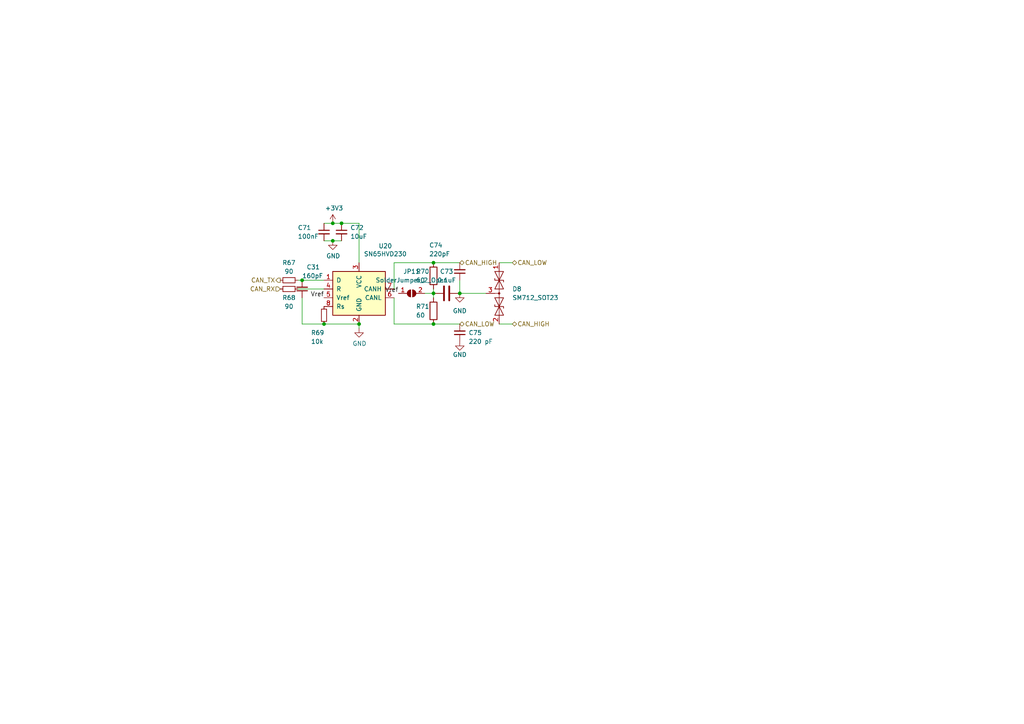
<source format=kicad_sch>
(kicad_sch (version 20211123) (generator eeschema)
  (paper "A4")
  (lib_symbols
    (symbol "Device:C" (pin_numbers hide) (pin_names (offset 0.254))
      (property "Reference" "C" (at 0.635 2.54 0))
      (property "Value" "C" (at 0.635 -2.54 0))
      (symbol "C_0_1"
        (polyline (pts (xy -2.032 -0.762) (xy 2.032 -0.762)) (stroke (width 0.508)))
        (polyline (pts (xy -2.032 0.762) (xy 2.032 0.762)) (stroke (width 0.508)))
      )
      (symbol "C_1_1"
        (pin passive line (at 0 3.81 270) (length 2.794) (name "~") (number "1"))
        (pin passive line (at 0 -3.81 90) (length 2.794) (name "~") (number "2"))
      )
    )
    (symbol "Device:C_Small" (pin_numbers hide) (pin_names (offset 0.254) hide)
      (property "Reference" "C" (at 0.254 1.778 0))
      (property "Value" "C_Small" (at 0.254 -2.032 0))
      (symbol "C_Small_0_1"
        (polyline (pts (xy -1.524 -0.508) (xy 1.524 -0.508)) (stroke (width 0.3302)))
        (polyline (pts (xy -1.524 0.508) (xy 1.524 0.508)) (stroke (width 0.3048)))
      )
      (symbol "C_Small_1_1"
        (pin passive line (at 0 2.54 270) (length 2.032) (name "~") (number "1"))
        (pin passive line (at 0 -2.54 90) (length 2.032) (name "~") (number "2"))
      )
    )
    (symbol "Device:R" (pin_numbers hide) (pin_names (offset 0))
      (property "Reference" "R" (at 2.032 0 90))
      (property "Value" "R" (at 0 0 90))
      (symbol "R_0_1"
        (rectangle (start -1.016 -2.54) (end 1.016 2.54) (stroke (width 0.254)))
      )
      (symbol "R_1_1"
        (pin passive line (at 0 3.81 270) (length 1.27) (name "~") (number "1"))
        (pin passive line (at 0 -3.81 90) (length 1.27) (name "~") (number "2"))
      )
    )
    (symbol "Device:R_Small" (pin_numbers hide) (pin_names (offset 0.254) hide)
      (property "Reference" "R" (at 0.762 0.508 0))
      (property "Value" "R_Small" (at 0.762 -1.016 0))
      (symbol "R_Small_0_1"
        (rectangle (start -0.762 1.778) (end 0.762 -1.778) (stroke (width 0.2032)))
      )
      (symbol "R_Small_1_1"
        (pin passive line (at 0 2.54 270) (length 0.762) (name "~") (number "1"))
        (pin passive line (at 0 -2.54 90) (length 0.762) (name "~") (number "2"))
      )
    )
    (symbol "Diode:SM712_SOT23" (pin_names (offset 1.016) hide)
      (property "Reference" "D" (at 0 4.445 0))
      (property "Value" "SM712_SOT23" (at 0 2.54 0))
      (symbol "SM712_SOT23_0_0"
        (polyline (pts (xy 0 -1.27) (xy 0 0)))
      )
      (symbol "SM712_SOT23_0_1"
        (polyline (pts (xy -6.35 0) (xy 6.35 0)))
        (polyline (pts (xy -3.302 1.27) (xy -3.81 1.27) (xy -3.81 -1.27) (xy -4.318 -1.27)) (stroke (width 0.2032)))
        (polyline (pts (xy 4.318 1.27) (xy 3.81 1.27) (xy 3.81 -1.27) (xy 3.302 -1.27)) (stroke (width 0.2032)))
        (polyline (pts (xy -6.35 -1.27) (xy -1.27 1.27) (xy -1.27 -1.27) (xy -6.35 1.27) (xy -6.35 -1.27)) (stroke (width 0.2032)))
        (polyline (pts (xy 1.27 -1.27) (xy 1.27 1.27) (xy 6.35 -1.27) (xy 6.35 1.27) (xy 1.27 -1.27)) (stroke (width 0.2032)))
        (circle (center 0 0) (radius 0.254) (fill (type outline)))
      )
      (symbol "SM712_SOT23_1_1"
        (pin passive line (at -8.89 0 0) (length 2.54) (name "A1") (number "1"))
        (pin passive line (at 8.89 0 180) (length 2.54) (name "A2") (number "2"))
        (pin input line (at 0 -3.81 90) (length 2.54) (name "common") (number "3"))
      )
    )
    (symbol "Interface_CAN_LIN:SN65HVD230" (pin_names (offset 1.016))
      (property "Reference" "U" (at -2.54 10.16 0))
      (property "Value" "SN65HVD230" (at -2.54 7.62 0))
      (symbol "SN65HVD230_0_1"
        (rectangle (start -7.62 5.08) (end 7.62 -7.62) (stroke (width 0.254)) (fill (type background)))
      )
      (symbol "SN65HVD230_1_1"
        (pin input line (at -10.16 2.54 0) (length 2.54) (name "D") (number "1"))
        (pin power_in line (at 0 -10.16 90) (length 2.54) (name "GND") (number "2"))
        (pin power_in line (at 0 7.62 270) (length 2.54) (name "VCC") (number "3"))
        (pin output line (at -10.16 0 0) (length 2.54) (name "R") (number "4"))
        (pin output line (at -10.16 -2.54 0) (length 2.54) (name "Vref") (number "5"))
        (pin bidirectional line (at 10.16 -2.54 180) (length 2.54) (name "CANL") (number "6"))
        (pin bidirectional line (at 10.16 0 180) (length 2.54) (name "CANH") (number "7"))
        (pin input line (at -10.16 -5.08 0) (length 2.54) (name "Rs") (number "8"))
      )
    )
    (symbol "Jumper:SolderJumper_2_Open" (pin_names (offset 0) hide)
      (property "Reference" "JP" (at 0 2.032 0))
      (property "Value" "SolderJumper_2_Open" (at 0 -2.54 0))
      (symbol "SolderJumper_2_Open_0_1"
        (arc (start -0.254 1.016) (mid -1.27 0) (end -0.254 -1.016))
        (arc (start -0.254 1.016) (mid -1.27 0) (end -0.254 -1.016) (fill (type outline)))
        (polyline (pts (xy -0.254 1.016) (xy -0.254 -1.016)))
        (polyline (pts (xy 0.254 1.016) (xy 0.254 -1.016)))
        (arc (start 0.254 -1.016) (mid 1.27 0) (end 0.254 1.016))
        (arc (start 0.254 -1.016) (mid 1.27 0) (end 0.254 1.016) (fill (type outline)))
      )
      (symbol "SolderJumper_2_Open_1_1"
        (pin passive line (at -3.81 0 0) (length 2.54) (name "A") (number "1"))
        (pin passive line (at 3.81 0 180) (length 2.54) (name "B") (number "2"))
      )
    )
    (symbol "power:+3.3V" (power) (pin_names (offset 0))
      (property "Value" "+3.3V" (at 0 3.556 0))
      (symbol "+3.3V_0_1"
        (polyline (pts (xy -0.762 1.27) (xy 0 2.54)))
        (polyline (pts (xy 0 0) (xy 0 2.54)))
        (polyline (pts (xy 0 2.54) (xy 0.762 1.27)))
      )
      (symbol "+3.3V_1_1"
        (pin power_in line (at 0 0 90) (length 0) hide (name "+3V3") (number "1"))
      )
    )
    (symbol "power:GND" (power) (pin_names (offset 0))
      (property "Value" "GND" (at 0 -3.81 0))
      (symbol "GND_0_1"
        (polyline (pts (xy 0 0) (xy 0 -1.27) (xy 1.27 -1.27) (xy 0 -2.54) (xy -1.27 -1.27) (xy 0 -1.27)))
      )
      (symbol "GND_1_1"
        (pin power_in line (at 0 0 270) (length 0) hide (name "GND") (number "1"))
      )
    )
  )
  (junction (at 99.06 64.77))
  (junction (at 125.73 93.98))
  (junction (at 104.14 93.98))
  (junction (at 96.52 69.85))
  (junction (at 87.63 81.28))
  (junction (at 93.98 93.98))
  (junction (at 96.52 64.77))
  (junction (at 125.73 76.2))
  (junction (at 133.35 85.09))
  (junction (at 125.73 85.09))
  (wire (pts (xy 86.36 81.28) (xy 87.63 81.28)))
  (wire (pts (xy 114.3 86.36) (xy 114.3 93.98)))
  (wire (pts (xy 125.73 83.82) (xy 125.73 85.09)))
  (wire (pts (xy 144.78 93.98) (xy 148.59 93.98)))
  (wire (pts (xy 144.78 76.2) (xy 148.59 76.2)))
  (wire (pts (xy 87.63 93.98) (xy 93.98 93.98)))
  (wire (pts (xy 86.36 83.82) (xy 93.98 83.82)))
  (wire (pts (xy 125.73 76.2) (xy 133.35 76.2)))
  (wire (pts (xy 93.98 93.98) (xy 104.14 93.98)))
  (wire (pts (xy 87.63 81.28) (xy 93.98 81.28)))
  (wire (pts (xy 133.35 81.28) (xy 133.35 85.09)))
  (wire (pts (xy 114.3 83.82) (xy 114.3 76.2)))
  (wire (pts (xy 99.06 64.77) (xy 104.14 64.77)))
  (wire (pts (xy 87.63 86.36) (xy 87.63 93.98)))
  (wire (pts (xy 133.35 85.09) (xy 140.97 85.09)))
  (wire (pts (xy 93.98 69.85) (xy 96.52 69.85)))
  (wire (pts (xy 114.3 93.98) (xy 125.73 93.98)))
  (wire (pts (xy 93.98 64.77) (xy 96.52 64.77)))
  (wire (pts (xy 114.3 76.2) (xy 125.73 76.2)))
  (wire (pts (xy 104.14 64.77) (xy 104.14 76.2)))
  (wire (pts (xy 96.52 64.77) (xy 99.06 64.77)))
  (wire (pts (xy 125.73 85.09) (xy 125.73 86.36)))
  (wire (pts (xy 125.73 93.98) (xy 133.35 93.98)))
  (wire (pts (xy 123.19 85.09) (xy 125.73 85.09)))
  (wire (pts (xy 104.14 95.25) (xy 104.14 93.98)))
  (wire (pts (xy 96.52 69.85) (xy 99.06 69.85)))
  (label "Vref" (at 93.98 86.36 180))
  (label "Vref" (at 115.57 85.09 180))
  (hierarchical_label "CAN_TX" (shape output) (at 81.28 81.28 180))
  (hierarchical_label "CAN_HIGH" (shape bidirectional) (at 133.35 76.2 0))
  (hierarchical_label "CAN_LOW" (shape bidirectional) (at 133.35 93.98 0))
  (hierarchical_label "CAN_RX" (shape input) (at 81.28 83.82 180))
  (hierarchical_label "CAN_HIGH" (shape bidirectional) (at 148.59 93.98 0))
  (hierarchical_label "CAN_LOW" (shape bidirectional) (at 148.59 76.2 0))
  (symbol (lib_id "power:GND") (at 133.35 99.06 0) (unit 1)
    (property "Reference" "#PWR0156" (effects hide))
    (property "Value" "GND" (at 133.35 102.87 0))
  )
  (symbol (lib_id "power:GND") (at 133.35 85.09 0) (unit 1)
    (property "Reference" "#PWR0155" (effects hide))
    (property "Value" "GND" (at 133.35 90.17 0))
  )
  (symbol (lib_id "Device:C_Small") (at 87.63 83.82 180) (unit 1)
    (property "Reference" "C31" (at 88.9 77.47 0) (effects (justify right)))
    (property "Value" "160pF" (at 87.63 80.01 0) (effects (justify right)))
    (property "Footprint" "Capacitor_SMD:C_0603_1608Metric" (effects hide))
  )
  (symbol (lib_id "Device:C_Small") (at 133.35 96.52 180) (unit 1)
    (property "Reference" "C75" (at 135.89 96.52 0) (effects (justify right)))
    (property "Value" "220 pF" (at 135.89 99.06 0) (effects (justify right)))
    (property "Footprint" "Capacitor_SMD:C_0603_1608Metric" (effects hide))
  )
  (symbol (lib_id "Interface_CAN_LIN:SN65HVD230") (at 104.14 83.82 0) (unit 1)
    (property "Reference" "U20" (at 111.76 71.3486 0))
    (property "Value" "SN65HVD230" (at 111.76 73.66 0))
    (property "Footprint" "Package_SO:SOIC-8_3.9x4.9mm_P1.27mm" (effects hide))
    (property "Datasheet" "http://www.ti.com/lit/ds/symlink/sn65hvd230.pdf" (effects hide))
  )
  (symbol (lib_id "Device:C") (at 129.54 85.09 90) (unit 1)
    (property "Reference" "C73" (at 129.54 78.74 90))
    (property "Value" "0.1uF" (at 129.54 81.28 90))
    (property "Footprint" "Capacitor_SMD:C_0603_1608Metric" (effects hide))
  )
  (symbol (lib_id "Device:R_Small") (at 93.98 91.44 0) (unit 1)
    (property "Reference" "R69" (at 90.17 96.52 0) (effects (justify left)))
    (property "Value" "10k" (at 90.17 99.06 0) (effects (justify left)))
    (property "Footprint" "Resistor_SMD:R_0603_1608Metric" (effects hide))
  )
  (symbol (lib_id "Device:C_Small") (at 93.98 67.31 0) (unit 1)
    (property "Reference" "C71" (at 86.36 66.04 0) (effects (justify left)))
    (property "Value" "100nF" (at 86.36 68.58 0) (effects (justify left)))
    (property "Footprint" "Capacitor_SMD:C_0603_1608Metric" (effects hide))
  )
  (symbol (lib_id "Device:R") (at 125.73 80.01 0) (unit 1)
    (property "Reference" "R70" (at 120.65 78.74 0) (effects (justify left)))
    (property "Value" "60" (at 120.65 81.28 0) (effects (justify left)))
    (property "Footprint" "Resistor_SMD:R_0805_2012Metric" (effects hide))
  )
  (symbol (lib_id "Device:R_Small") (at 83.82 81.28 90) (unit 1)
    (property "Reference" "R67" (at 83.82 76.2 90))
    (property "Value" "90" (at 83.82 78.74 90))
    (property "Footprint" "Resistor_SMD:R_0603_1608Metric" (effects hide))
  )
  (symbol (lib_id "power:GND") (at 96.52 69.85 0) (unit 1)
    (property "Reference" "#PWR0153" (effects hide))
    (property "Value" "GND" (at 96.647 74.2442 0))
  )
  (symbol (lib_id "Device:R_Small") (at 83.82 83.82 90) (unit 1)
    (property "Reference" "R68" (at 83.82 86.36 90))
    (property "Value" "90" (at 83.82 88.9 90))
    (property "Footprint" "Resistor_SMD:R_0603_1608Metric" (effects hide))
  )
  (symbol (lib_id "Diode:SM712_SOT23") (at 144.78 85.09 270) (unit 1)
    (property "Reference" "D8" (at 148.59 83.82 90) (effects (justify left)))
    (property "Value" "SM712_SOT23" (at 148.59 86.36 90) (effects (justify left)))
    (property "Footprint" "Package_TO_SOT_SMD:SOT-23" (effects hide))
    (property "Datasheet" "https://www.littelfuse.com/~/media/electronics/datasheets/tvs_diode_arrays/littelfuse_tvs_diode_array_sm712_datasheet.pdf.pdf" (effects hide))
  )
  (symbol (lib_id "Device:C_Small") (at 133.35 78.74 180) (unit 1)
    (property "Reference" "C74" (at 124.46 71.12 0) (effects (justify right)))
    (property "Value" "220pF" (at 124.46 73.66 0) (effects (justify right)))
    (property "Footprint" "Capacitor_SMD:C_0603_1608Metric" (effects hide))
  )
  (symbol (lib_id "power:GND") (at 104.14 95.25 0) (unit 1)
    (property "Reference" "#PWR0154" (effects hide))
    (property "Value" "GND" (at 104.267 99.6442 0))
  )
  (symbol (lib_id "Jumper:SolderJumper_2_Open") (at 119.38 85.09 0) (unit 1)
    (property "Reference" "JP11" (at 119.38 78.74 0))
    (property "Value" "SolderJumper_2_Open" (at 119.38 81.28 0))
    (property "Footprint" "Jumper:SolderJumper-2_P1.3mm_Open_RoundedPad1.0x1.5mm" (effects hide))
  )
  (symbol (lib_id "Device:C_Small") (at 99.06 67.31 0) (unit 1)
    (property "Reference" "C72" (at 101.6 66.0462 0) (effects (justify left)))
    (property "Value" "10uF" (at 101.6 68.5862 0) (effects (justify left)))
    (property "Footprint" "Capacitor_SMD:C_0603_1608Metric" (effects hide))
  )
  (symbol (lib_id "power:+3.3V") (at 96.52 64.77 0) (unit 1)
    (property "Reference" "#PWR0152" (effects hide))
    (property "Value" "+3.3V" (at 96.901 60.3758 0))
  )
  (symbol (lib_id "Device:R") (at 125.73 90.17 0) (unit 1)
    (property "Reference" "R71" (at 120.65 88.9 0) (effects (justify left)))
    (property "Value" "60" (at 120.65 91.44 0) (effects (justify left)))
    (property "Footprint" "Resistor_SMD:R_0805_2012Metric" (effects hide))
  )
)
</source>
